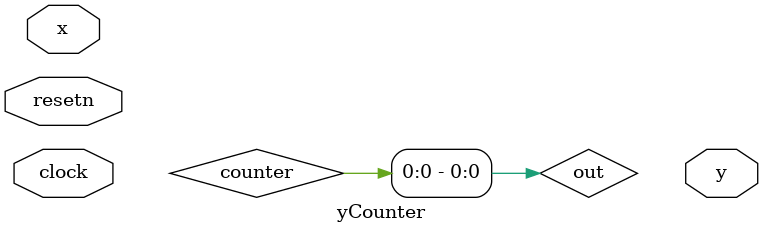
<source format=v>
module xAndYCounter(clock, resetn, x, y);
input clock, resetn;
output [7:0] x;
output [6:0] y;

wire [7:0] xTemp;
wire [6:0] yTemp;
 
xCounter countX(
.clock(clock),
.resetn(resetn),
.x(xTemp)
);

yCounter countY(
.clock(clock),
.resetn(resetn),
.x(xTemp),
.y(yTemp)
);

assign x = xTemp;
assign y = yTemp;
endmodule


module xCounter(clock, resetn, x);

input resetn;
output[7:0] x;
reg[7:0] counter;
reg[7:0] counter_next;

input clock;

always @(*) begin
	if (counter == 8'd160) begin
		counter_next = 8'b0;
	end
	else begin
	counter_next = counter + 1;
	end
end

always @(posedge clock or negedge resetn) begin
	if (!resetn)
		counter <= 8'b0;
	else
		counter <= counter_next;
end

assign x = counter;


endmodule

module yCounter(clock, resetn, x, y);

input resetn;
input [7:0] x;
output[6:0] y;
reg[6:0] counter;
reg[6:0] counter_next;

input clock;

always @(*) begin
	if (x == 8'd160) begin
		counter_next = counter + 1;
	end
end

always @(posedge clock or negedge resetn) begin
	if (!resetn)
		counter <= 7'b0;
	else
		counter <= counter_next;
end

assign out = counter;
endmodule

</source>
